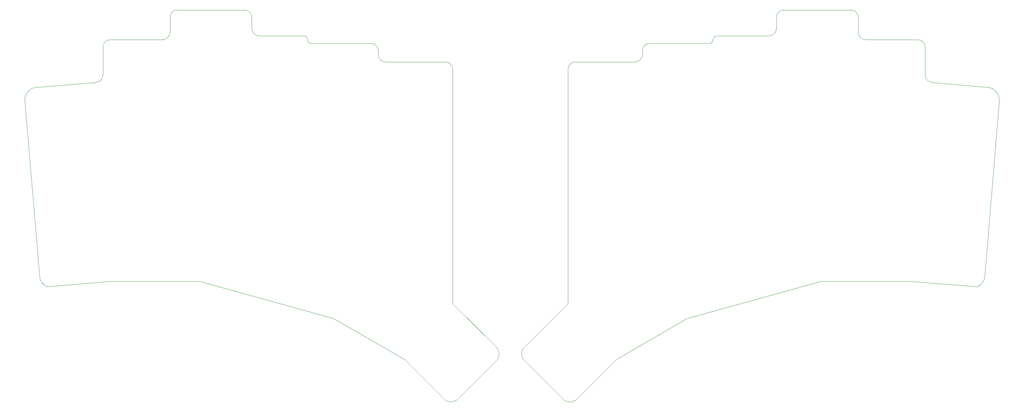
<source format=gm1>
%TF.GenerationSoftware,KiCad,Pcbnew,5.1.9+dfsg1-1+deb11u1*%
%TF.CreationDate,2024-10-07T21:35:42-04:00*%
%TF.ProjectId,mu-kb,6d752d6b-622e-46b6-9963-61645f706362,rev?*%
%TF.SameCoordinates,Original*%
%TF.FileFunction,Profile,NP*%
%FSLAX46Y46*%
G04 Gerber Fmt 4.6, Leading zero omitted, Abs format (unit mm)*
G04 Created by KiCad (PCBNEW 5.1.9+dfsg1-1+deb11u1) date 2024-10-07 21:35:42*
%MOMM*%
%LPD*%
G01*
G04 APERTURE LIST*
%TA.AperFunction,Profile*%
%ADD10C,0.050000*%
%TD*%
G04 APERTURE END LIST*
D10*
X216500000Y-55000000D02*
G75*
G03*
X218500000Y-53000000I0J2000000D01*
G01*
X258500000Y-65500000D02*
G75*
G03*
X260500000Y-67500000I2000000J0D01*
G01*
X230500000Y-121000000D02*
X254500000Y-121000000D01*
X162500000Y-64000000D02*
X162500000Y-127000000D01*
X162500000Y-127000000D02*
X150500000Y-139000000D01*
X230500000Y-121000000D02*
X194500000Y-131000000D01*
X175500000Y-142000000D02*
X194500000Y-131000000D01*
X258500000Y-58000000D02*
G75*
G03*
X256500000Y-56000000I-2000000J0D01*
G01*
X240500000Y-50000000D02*
G75*
G03*
X238500000Y-48000000I-2000000J0D01*
G01*
X256500000Y-56000000D02*
X242500000Y-56000000D01*
X240500000Y-54000000D02*
X240500000Y-50000000D01*
X238500000Y-48000000D02*
X220500000Y-48000000D01*
X218500000Y-50000000D02*
X218500000Y-53000000D01*
X216500000Y-55000000D02*
X202500000Y-55000000D01*
X164499999Y-153000001D02*
X175500000Y-142000000D01*
X150500000Y-142000000D02*
X161500000Y-153000000D01*
X161500000Y-153000000D02*
G75*
G03*
X164499999Y-153000001I1500000J1999999D01*
G01*
X150500000Y-139000000D02*
G75*
G03*
X150500000Y-142000000I2000000J-1500000D01*
G01*
X272491615Y-122478122D02*
X254500000Y-121000000D01*
X180500000Y-62000000D02*
X164500000Y-62000000D01*
X200500000Y-57000000D02*
G75*
G03*
X201500000Y-56000000I0J1000000D01*
G01*
X240500000Y-54000000D02*
G75*
G03*
X242500000Y-56000000I2000000J0D01*
G01*
X220500000Y-48000000D02*
G75*
G03*
X218500000Y-50000000I0J-2000000D01*
G01*
X202500000Y-55000000D02*
G75*
G03*
X201500000Y-56000000I0J-1000000D01*
G01*
X200500000Y-57000000D02*
X184500000Y-57000000D01*
X164500000Y-62000000D02*
G75*
G03*
X162500000Y-64000000I0J-2000000D01*
G01*
X180500000Y-62000000D02*
G75*
G03*
X182500000Y-60000000I0J2000000D01*
G01*
X184500000Y-57000000D02*
G75*
G03*
X182500000Y-59000000I0J-2000000D01*
G01*
X182500000Y-59000000D02*
X182500000Y-60000000D01*
X274500000Y-119999999D02*
X278500000Y-71899535D01*
X272491615Y-122478122D02*
G75*
G03*
X274500000Y-119999999I-1141614J2978122D01*
G01*
X275787736Y-68830001D02*
X260500000Y-67500000D01*
X258500000Y-65500000D02*
X258500000Y-58000000D01*
X278500000Y-71899536D02*
G75*
G03*
X275787736Y-68830001I-4027263J-825464D01*
G01*
X37500000Y-65500000D02*
G75*
G02*
X35500000Y-67500000I-2000000J0D01*
G01*
X37500000Y-58000000D02*
G75*
G02*
X39500000Y-56000000I2000000J0D01*
G01*
X55500000Y-54000000D02*
G75*
G02*
X53500000Y-56000000I-2000000J0D01*
G01*
X55500000Y-50000000D02*
G75*
G02*
X57500000Y-48000000I2000000J0D01*
G01*
X75500000Y-48000000D02*
G75*
G02*
X77500000Y-50000000I0J-2000000D01*
G01*
X79500000Y-55000000D02*
G75*
G02*
X77500000Y-53000000I0J2000000D01*
G01*
X91500000Y-55000000D02*
G75*
G02*
X92500000Y-56000000I0J-1000000D01*
G01*
X93500000Y-57000000D02*
G75*
G02*
X92500000Y-56000000I0J1000000D01*
G01*
X113500000Y-62000000D02*
X129500000Y-62000000D01*
X111500000Y-59000000D02*
X111500000Y-60000000D01*
X109500000Y-57000000D02*
G75*
G02*
X111500000Y-59000000I0J-2000000D01*
G01*
X113500000Y-62000000D02*
G75*
G02*
X111500000Y-60000000I0J2000000D01*
G01*
X129500000Y-62000000D02*
G75*
G02*
X131500000Y-64000000I0J-2000000D01*
G01*
X93500000Y-57000000D02*
X109500000Y-57000000D01*
X79500000Y-55000000D02*
X91500000Y-55000000D01*
X77500000Y-50000000D02*
X77500000Y-53000000D01*
X57500000Y-48000000D02*
X75500000Y-48000000D01*
X55500000Y-54000000D02*
X55500000Y-50000000D01*
X39500000Y-56000000D02*
X53500000Y-56000000D01*
X16397737Y-71899536D02*
G75*
G02*
X19110001Y-68830001I4027263J-825464D01*
G01*
X37500000Y-65500000D02*
X37500000Y-58000000D01*
X19110000Y-68830000D02*
X35500000Y-67500000D01*
X22508386Y-122478122D02*
G75*
G02*
X20500001Y-119999999I1141614J2978122D01*
G01*
X20500000Y-120000000D02*
X16400000Y-71900000D01*
X22508386Y-122478122D02*
X39500000Y-121000000D01*
X143500000Y-139000000D02*
G75*
G02*
X143500000Y-142000000I-2000000J-1500000D01*
G01*
X132499999Y-152999999D02*
G75*
G02*
X129500000Y-153000000I-1500000J1999999D01*
G01*
X143500000Y-142000000D02*
X132500000Y-153000000D01*
X129500000Y-153000000D02*
X118500000Y-142000000D01*
X118500000Y-142000000D02*
X99500000Y-131000000D01*
X63500000Y-121000000D02*
X99500000Y-131000000D01*
X131500000Y-127000000D02*
X143500000Y-139000000D01*
X131500000Y-64000000D02*
X131500000Y-127000000D01*
X63500000Y-121000000D02*
X39500000Y-121000000D01*
M02*

</source>
